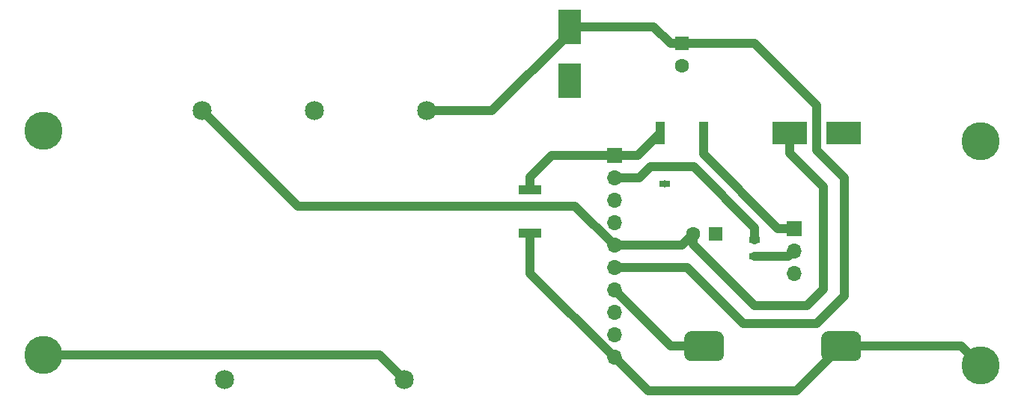
<source format=gbr>
%TF.GenerationSoftware,KiCad,Pcbnew,(5.0.0)*%
%TF.CreationDate,2019-02-20T22:56:50-06:00*%
%TF.ProjectId,HVSignalAmplifier,48565369676E616C416D706C69666965,rev?*%
%TF.SameCoordinates,Original*%
%TF.FileFunction,Copper,L1,Top,Signal*%
%TF.FilePolarity,Positive*%
%FSLAX46Y46*%
G04 Gerber Fmt 4.6, Leading zero omitted, Abs format (unit mm)*
G04 Created by KiCad (PCBNEW (5.0.0)) date 02/20/19 22:56:50*
%MOMM*%
%LPD*%
G01*
G04 APERTURE LIST*
%ADD10C,2.159000*%
%ADD11C,4.318000*%
%ADD12R,4.000000X2.500000*%
%ADD13R,2.500000X4.000000*%
%ADD14R,1.600000X1.600000*%
%ADD15C,1.600000*%
%ADD16C,0.100000*%
%ADD17C,3.400000*%
%ADD18R,1.000000X2.500000*%
%ADD19R,2.500000X1.000000*%
%ADD20R,1.300000X0.700000*%
%ADD21R,1.700000X1.700000*%
%ADD22O,1.700000X1.700000*%
%ADD23C,0.800000*%
%ADD24C,1.000000*%
G04 APERTURE END LIST*
D10*
X133756400Y-119380000D03*
X113436400Y-119380000D03*
X136296400Y-88900000D03*
X110896400Y-88900000D03*
X123596400Y-88900000D03*
D11*
X92913200Y-116535200D03*
X92913200Y-91135200D03*
D12*
X183390000Y-91440000D03*
X177290000Y-91440000D03*
D13*
X152400000Y-85498400D03*
X152400000Y-79398400D03*
D14*
X168910000Y-102870000D03*
D15*
X166410000Y-102870000D03*
X165100000Y-83780000D03*
D14*
X165100000Y-81280000D03*
D11*
X198882000Y-92354400D03*
X198882000Y-117754400D03*
D16*
G36*
X169123315Y-113874093D02*
X169205827Y-113886333D01*
X169286742Y-113906601D01*
X169365281Y-113934702D01*
X169440687Y-113970367D01*
X169512235Y-114013251D01*
X169579234Y-114062941D01*
X169641041Y-114118959D01*
X169697059Y-114180766D01*
X169746749Y-114247765D01*
X169789633Y-114319313D01*
X169825298Y-114394719D01*
X169853399Y-114473258D01*
X169873667Y-114554173D01*
X169885907Y-114636685D01*
X169890000Y-114720000D01*
X169890000Y-116420000D01*
X169885907Y-116503315D01*
X169873667Y-116585827D01*
X169853399Y-116666742D01*
X169825298Y-116745281D01*
X169789633Y-116820687D01*
X169746749Y-116892235D01*
X169697059Y-116959234D01*
X169641041Y-117021041D01*
X169579234Y-117077059D01*
X169512235Y-117126749D01*
X169440687Y-117169633D01*
X169365281Y-117205298D01*
X169286742Y-117233399D01*
X169205827Y-117253667D01*
X169123315Y-117265907D01*
X169040000Y-117270000D01*
X166240000Y-117270000D01*
X166156685Y-117265907D01*
X166074173Y-117253667D01*
X165993258Y-117233399D01*
X165914719Y-117205298D01*
X165839313Y-117169633D01*
X165767765Y-117126749D01*
X165700766Y-117077059D01*
X165638959Y-117021041D01*
X165582941Y-116959234D01*
X165533251Y-116892235D01*
X165490367Y-116820687D01*
X165454702Y-116745281D01*
X165426601Y-116666742D01*
X165406333Y-116585827D01*
X165394093Y-116503315D01*
X165390000Y-116420000D01*
X165390000Y-114720000D01*
X165394093Y-114636685D01*
X165406333Y-114554173D01*
X165426601Y-114473258D01*
X165454702Y-114394719D01*
X165490367Y-114319313D01*
X165533251Y-114247765D01*
X165582941Y-114180766D01*
X165638959Y-114118959D01*
X165700766Y-114062941D01*
X165767765Y-114013251D01*
X165839313Y-113970367D01*
X165914719Y-113934702D01*
X165993258Y-113906601D01*
X166074173Y-113886333D01*
X166156685Y-113874093D01*
X166240000Y-113870000D01*
X169040000Y-113870000D01*
X169123315Y-113874093D01*
X169123315Y-113874093D01*
G37*
D17*
X167640000Y-115570000D03*
D16*
G36*
X184623315Y-113874093D02*
X184705827Y-113886333D01*
X184786742Y-113906601D01*
X184865281Y-113934702D01*
X184940687Y-113970367D01*
X185012235Y-114013251D01*
X185079234Y-114062941D01*
X185141041Y-114118959D01*
X185197059Y-114180766D01*
X185246749Y-114247765D01*
X185289633Y-114319313D01*
X185325298Y-114394719D01*
X185353399Y-114473258D01*
X185373667Y-114554173D01*
X185385907Y-114636685D01*
X185390000Y-114720000D01*
X185390000Y-116420000D01*
X185385907Y-116503315D01*
X185373667Y-116585827D01*
X185353399Y-116666742D01*
X185325298Y-116745281D01*
X185289633Y-116820687D01*
X185246749Y-116892235D01*
X185197059Y-116959234D01*
X185141041Y-117021041D01*
X185079234Y-117077059D01*
X185012235Y-117126749D01*
X184940687Y-117169633D01*
X184865281Y-117205298D01*
X184786742Y-117233399D01*
X184705827Y-117253667D01*
X184623315Y-117265907D01*
X184540000Y-117270000D01*
X181740000Y-117270000D01*
X181656685Y-117265907D01*
X181574173Y-117253667D01*
X181493258Y-117233399D01*
X181414719Y-117205298D01*
X181339313Y-117169633D01*
X181267765Y-117126749D01*
X181200766Y-117077059D01*
X181138959Y-117021041D01*
X181082941Y-116959234D01*
X181033251Y-116892235D01*
X180990367Y-116820687D01*
X180954702Y-116745281D01*
X180926601Y-116666742D01*
X180906333Y-116585827D01*
X180894093Y-116503315D01*
X180890000Y-116420000D01*
X180890000Y-114720000D01*
X180894093Y-114636685D01*
X180906333Y-114554173D01*
X180926601Y-114473258D01*
X180954702Y-114394719D01*
X180990367Y-114319313D01*
X181033251Y-114247765D01*
X181082941Y-114180766D01*
X181138959Y-114118959D01*
X181200766Y-114062941D01*
X181267765Y-114013251D01*
X181339313Y-113970367D01*
X181414719Y-113934702D01*
X181493258Y-113906601D01*
X181574173Y-113886333D01*
X181656685Y-113874093D01*
X181740000Y-113870000D01*
X184540000Y-113870000D01*
X184623315Y-113874093D01*
X184623315Y-113874093D01*
G37*
D17*
X183140000Y-115570000D03*
D18*
X167550000Y-91440000D03*
X162650000Y-91440000D03*
D19*
X147955000Y-102780000D03*
X147955000Y-97880000D03*
D20*
X173355000Y-103505000D03*
X173355000Y-105405000D03*
X163195000Y-95255000D03*
X163195000Y-97155000D03*
D21*
X157480000Y-93980000D03*
D22*
X157480000Y-96520000D03*
X157480000Y-99060000D03*
X157480000Y-101600000D03*
X157480000Y-104140000D03*
X157480000Y-106680000D03*
X157480000Y-109220000D03*
X157480000Y-111760000D03*
X157480000Y-114300000D03*
X157480000Y-116840000D03*
D21*
X177800000Y-102235000D03*
D22*
X177800000Y-104775000D03*
X177800000Y-107315000D03*
D23*
X163195000Y-97155000D03*
X152400000Y-86360000D03*
X152400000Y-85090000D03*
X184150000Y-91440000D03*
X182880000Y-91440000D03*
D24*
X130911600Y-116535200D02*
X133756400Y-119380000D01*
X92913200Y-116535200D02*
X130911600Y-116535200D01*
X157480000Y-104140000D02*
X153035000Y-99695000D01*
X165140000Y-104140000D02*
X166410000Y-102870000D01*
X157480000Y-104140000D02*
X165140000Y-104140000D01*
X121691400Y-99695000D02*
X110896400Y-88900000D01*
X153035000Y-99695000D02*
X121691400Y-99695000D01*
X166410000Y-104001370D02*
X166410000Y-102870000D01*
X177290000Y-91440000D02*
X177290000Y-93690000D01*
X177290000Y-93690000D02*
X181099002Y-97499002D01*
X181099002Y-97499002D02*
X181099002Y-109095998D01*
X181099002Y-109095998D02*
X179248630Y-110946370D01*
X179248630Y-110946370D02*
X173355000Y-110946370D01*
X173355000Y-110946370D02*
X166410000Y-104001370D01*
X152400000Y-79398400D02*
X161948400Y-79398400D01*
X161948400Y-79398400D02*
X163830000Y-81280000D01*
X163830000Y-81280000D02*
X165100000Y-81280000D01*
X152400000Y-80148400D02*
X152400000Y-79398400D01*
X143648400Y-88900000D02*
X152400000Y-80148400D01*
X136296400Y-88900000D02*
X143648400Y-88900000D01*
X180340000Y-88265000D02*
X173355000Y-81280000D01*
X165735000Y-106680000D02*
X172085000Y-113030000D01*
X180340000Y-93345000D02*
X180340000Y-88265000D01*
X157480000Y-106680000D02*
X165735000Y-106680000D01*
X172085000Y-113030000D02*
X180340000Y-113030000D01*
X173355000Y-81280000D02*
X165100000Y-81280000D01*
X183515000Y-109855000D02*
X183515000Y-96520000D01*
X180340000Y-113030000D02*
X183515000Y-109855000D01*
X183515000Y-96520000D02*
X180340000Y-93345000D01*
X196697600Y-115570000D02*
X198882000Y-117754400D01*
X183140000Y-115570000D02*
X196697600Y-115570000D01*
X147955000Y-107315000D02*
X157480000Y-116840000D01*
X147955000Y-102780000D02*
X147955000Y-107315000D01*
X181410281Y-117299719D02*
X183140000Y-115570000D01*
X178060000Y-120650000D02*
X181410281Y-117299719D01*
X161290000Y-120650000D02*
X178060000Y-120650000D01*
X157480000Y-116840000D02*
X161290000Y-120650000D01*
X163830000Y-115570000D02*
X157480000Y-109220000D01*
X167640000Y-115570000D02*
X163830000Y-115570000D01*
X167550000Y-91440000D02*
X167550000Y-92190000D01*
X167550000Y-93690000D02*
X167550000Y-91440000D01*
X167550000Y-93835000D02*
X167550000Y-93690000D01*
X175950000Y-102235000D02*
X167550000Y-93835000D01*
X177800000Y-102235000D02*
X175950000Y-102235000D01*
X160110000Y-93980000D02*
X162650000Y-91440000D01*
X157480000Y-93980000D02*
X160110000Y-93980000D01*
X155630000Y-93980000D02*
X157480000Y-93980000D01*
X150355000Y-93980000D02*
X155630000Y-93980000D01*
X147955000Y-96380000D02*
X150355000Y-93980000D01*
X147955000Y-97880000D02*
X147955000Y-96380000D01*
X158682081Y-96520000D02*
X157480000Y-96520000D01*
X160280000Y-96520000D02*
X158682081Y-96520000D01*
X161545000Y-95255000D02*
X160280000Y-96520000D01*
X163195000Y-95255000D02*
X161545000Y-95255000D01*
X164845000Y-95255000D02*
X163195000Y-95255000D01*
X166455000Y-95255000D02*
X164845000Y-95255000D01*
X173355000Y-102155000D02*
X166455000Y-95255000D01*
X173355000Y-103505000D02*
X173355000Y-102155000D01*
X177170000Y-105405000D02*
X177800000Y-104775000D01*
X173355000Y-105405000D02*
X177170000Y-105405000D01*
M02*

</source>
